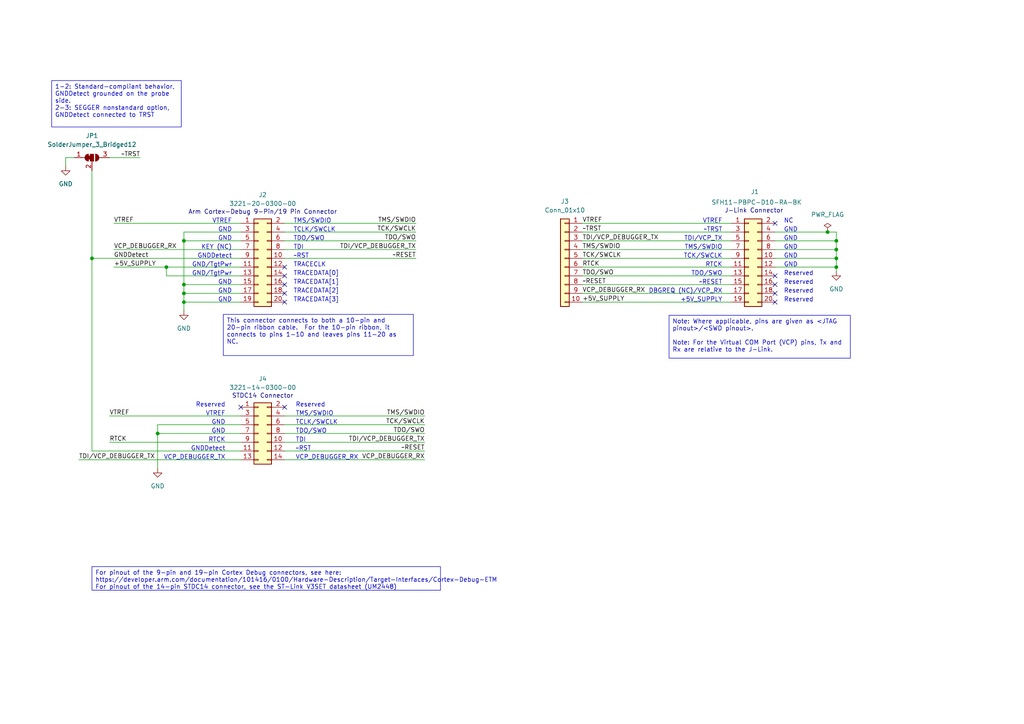
<source format=kicad_sch>
(kicad_sch (version 20231120) (generator "eeschema") (generator_version "8.0")
  (paper "A4")
  (title_block (title "J-Link Ultra Cortex Adapter") (date "2024-05-26"))
  (lib_symbols
    (symbol "Connector_Generic:Conn_01x10" (pin_names (offset 1.016) hide)
      (property "Reference" "J" (at 0 12.7 0))
      (property "Value" "Conn_01x10" (at 0 -15.24 0))
      (symbol "Conn_01x10_1_1"
        (rectangle (start -1.27 -12.573) (end 0 -12.827) (stroke (width 0.1524)))
        (rectangle (start -1.27 -10.033) (end 0 -10.287) (stroke (width 0.1524)))
        (rectangle (start -1.27 -7.493) (end 0 -7.747) (stroke (width 0.1524)))
        (rectangle (start -1.27 -4.953) (end 0 -5.207) (stroke (width 0.1524)))
        (rectangle (start -1.27 -2.413) (end 0 -2.667) (stroke (width 0.1524)))
        (rectangle (start -1.27 0.127) (end 0 -0.127) (stroke (width 0.1524)))
        (rectangle (start -1.27 2.667) (end 0 2.413) (stroke (width 0.1524)))
        (rectangle (start -1.27 5.207) (end 0 4.953) (stroke (width 0.1524)))
        (rectangle (start -1.27 7.747) (end 0 7.493) (stroke (width 0.1524)))
        (rectangle (start -1.27 10.287) (end 0 10.033) (stroke (width 0.1524)))
        (rectangle (start -1.27 11.43) (end 1.27 -13.97) (stroke (width 0.254)) (fill (type background)))
        (pin passive line (at -5.08 10.16 0) (length 3.81) (name "Pin_1") (number "1"))
        (pin passive line (at -5.08 -12.7 0) (length 3.81) (name "Pin_10") (number "10"))
        (pin passive line (at -5.08 7.62 0) (length 3.81) (name "Pin_2") (number "2"))
        (pin passive line (at -5.08 5.08 0) (length 3.81) (name "Pin_3") (number "3"))
        (pin passive line (at -5.08 2.54 0) (length 3.81) (name "Pin_4") (number "4"))
        (pin passive line (at -5.08 0 0) (length 3.81) (name "Pin_5") (number "5"))
        (pin passive line (at -5.08 -2.54 0) (length 3.81) (name "Pin_6") (number "6"))
        (pin passive line (at -5.08 -5.08 0) (length 3.81) (name "Pin_7") (number "7"))
        (pin passive line (at -5.08 -7.62 0) (length 3.81) (name "Pin_8") (number "8"))
        (pin passive line (at -5.08 -10.16 0) (length 3.81) (name "Pin_9") (number "9"))
      )
    )
    (symbol "Jumper:SolderJumper_3_Bridged12" (pin_names (offset 0) hide)
      (property "Reference" "JP" (at -2.54 -2.54 0))
      (property "Value" "SolderJumper_3_Bridged12" (at 0 2.794 0))
      (symbol "SolderJumper_3_Bridged12_0_1"
        (rectangle (start -1.016 0.508) (end -0.508 -0.508) (fill (type outline)))
        (arc (start -1.016 1.016) (mid -2.0276 0) (end -1.016 -1.016))
        (arc (start -1.016 1.016) (mid -2.0276 0) (end -1.016 -1.016) (fill (type outline)))
        (rectangle (start -0.508 1.016) (end 0.508 -1.016) (fill (type outline)))
        (polyline (pts (xy -2.54 0) (xy -2.032 0)))
        (polyline (pts (xy -1.016 1.016) (xy -1.016 -1.016)))
        (polyline (pts (xy 0 -1.27) (xy 0 -1.016)))
        (polyline (pts (xy 1.016 1.016) (xy 1.016 -1.016)))
        (polyline (pts (xy 2.54 0) (xy 2.032 0)))
        (arc (start 1.016 -1.016) (mid 2.0276 0) (end 1.016 1.016))
        (arc (start 1.016 -1.016) (mid 2.0276 0) (end 1.016 1.016) (fill (type outline)))
      )
      (symbol "SolderJumper_3_Bridged12_1_1"
        (pin passive line (at -5.08 0 0) (length 2.54) (name "A") (number "1"))
        (pin passive line (at 0 -3.81 90) (length 2.54) (name "C") (number "2"))
        (pin passive line (at 5.08 0 180) (length 2.54) (name "B") (number "3"))
      )
    )
    (symbol "ProjectLibrary:3221-14-0300-00" (pin_names (offset 1.016) hide)
      (property "Reference" "J" (at -2.286 10.16 0))
      (property "Value" "3221-14-0300-00" (at -0.254 -10.414 0))
      (symbol "3221-14-0300-00_1_1"
        (rectangle (start -2.54 -7.493) (end -1.27 -7.747) (stroke (width 0.1524)))
        (rectangle (start -2.54 -4.953) (end -1.27 -5.207) (stroke (width 0.1524)))
        (rectangle (start -2.54 -2.413) (end -1.27 -2.667) (stroke (width 0.1524)))
        (rectangle (start -2.54 0.127) (end -1.27 -0.127) (stroke (width 0.1524)))
        (rectangle (start -2.54 2.667) (end -1.27 2.413) (stroke (width 0.1524)))
        (rectangle (start -2.54 5.207) (end -1.27 4.953) (stroke (width 0.1524)))
        (rectangle (start -2.54 7.747) (end -1.27 7.493) (stroke (width 0.1524)))
        (rectangle (start -2.54 8.89) (end 2.54 -8.89) (stroke (width 0.254)) (fill (type background)))
        (rectangle (start 2.54 -7.493) (end 1.27 -7.747) (stroke (width 0.1524)))
        (rectangle (start 2.54 -4.953) (end 1.27 -5.207) (stroke (width 0.1524)))
        (rectangle (start 2.54 -2.413) (end 1.27 -2.667) (stroke (width 0.1524)))
        (rectangle (start 2.54 0.127) (end 1.27 -0.127) (stroke (width 0.1524)))
        (rectangle (start 2.54 2.667) (end 1.27 2.413) (stroke (width 0.1524)))
        (rectangle (start 2.54 5.207) (end 1.27 4.953) (stroke (width 0.1524)))
        (rectangle (start 2.54 7.747) (end 1.27 7.493) (stroke (width 0.1524)))
        (pin passive line (at -6.35 7.62 0) (length 3.81) (name "Pin_1") (number "1"))
        (pin passive line (at 6.35 -2.54 180) (length 3.81) (name "Pin_10") (number "10"))
        (pin passive line (at -6.35 -5.08 0) (length 3.81) (name "Pin_11") (number "11"))
        (pin passive line (at 6.35 -5.08 180) (length 3.81) (name "Pin_12") (number "12"))
        (pin passive line (at -6.35 -7.62 0) (length 3.81) (name "Pin_13") (number "13"))
        (pin passive line (at 6.35 -7.62 180) (length 3.81) (name "Pin_14") (number "14"))
        (pin passive line (at 6.35 7.62 180) (length 3.81) (name "Pin_2") (number "2"))
        (pin passive line (at -6.35 5.08 0) (length 3.81) (name "Pin_3") (number "3"))
        (pin passive line (at 6.35 5.08 180) (length 3.81) (name "Pin_4") (number "4"))
        (pin passive line (at -6.35 2.54 0) (length 3.81) (name "Pin_5") (number "5"))
        (pin passive line (at 6.35 2.54 180) (length 3.81) (name "Pin_6") (number "6"))
        (pin passive line (at -6.35 0 0) (length 3.81) (name "Pin_7") (number "7"))
        (pin passive line (at 6.35 0 180) (length 3.81) (name "Pin_8") (number "8"))
        (pin passive line (at -6.35 -2.54 0) (length 3.81) (name "Pin_9") (number "9"))
      )
    )
    (symbol "ProjectLibrary:3221-20-0300-00" (pin_names (offset 1.016) hide)
      (property "Reference" "J" (at 1.27 12.7 0))
      (property "Value" "3221-20-0300-00" (at 1.27 -15.24 0))
      (symbol "3221-20-0300-00_1_1"
        (rectangle (start -1.27 -12.573) (end 0 -12.827) (stroke (width 0.1524)))
        (rectangle (start -1.27 -10.033) (end 0 -10.287) (stroke (width 0.1524)))
        (rectangle (start -1.27 -7.493) (end 0 -7.747) (stroke (width 0.1524)))
        (rectangle (start -1.27 -4.953) (end 0 -5.207) (stroke (width 0.1524)))
        (rectangle (start -1.27 -2.413) (end 0 -2.667) (stroke (width 0.1524)))
        (rectangle (start -1.27 0.127) (end 0 -0.127) (stroke (width 0.1524)))
        (rectangle (start -1.27 2.667) (end 0 2.413) (stroke (width 0.1524)))
        (rectangle (start -1.27 5.207) (end 0 4.953) (stroke (width 0.1524)))
        (rectangle (start -1.27 7.747) (end 0 7.493) (stroke (width 0.1524)))
        (rectangle (start -1.27 10.287) (end 0 10.033) (stroke (width 0.1524)))
        (rectangle (start -1.27 11.43) (end 3.81 -13.97) (stroke (width 0.254)) (fill (type background)))
        (rectangle (start 3.81 -12.573) (end 2.54 -12.827) (stroke (width 0.1524)))
        (rectangle (start 3.81 -10.033) (end 2.54 -10.287) (stroke (width 0.1524)))
        (rectangle (start 3.81 -7.493) (end 2.54 -7.747) (stroke (width 0.1524)))
        (rectangle (start 3.81 -4.953) (end 2.54 -5.207) (stroke (width 0.1524)))
        (rectangle (start 3.81 -2.413) (end 2.54 -2.667) (stroke (width 0.1524)))
        (rectangle (start 3.81 0.127) (end 2.54 -0.127) (stroke (width 0.1524)))
        (rectangle (start 3.81 2.667) (end 2.54 2.413) (stroke (width 0.1524)))
        (rectangle (start 3.81 5.207) (end 2.54 4.953) (stroke (width 0.1524)))
        (rectangle (start 3.81 7.747) (end 2.54 7.493) (stroke (width 0.1524)))
        (rectangle (start 3.81 10.287) (end 2.54 10.033) (stroke (width 0.1524)))
        (pin passive line (at -5.08 10.16 0) (length 3.81) (name "Pin_1") (number "1"))
        (pin passive line (at 7.62 0 180) (length 3.81) (name "Pin_10") (number "10"))
        (pin passive line (at -5.08 -2.54 0) (length 3.81) (name "Pin_11") (number "11"))
        (pin passive line (at 7.62 -2.54 180) (length 3.81) (name "Pin_12") (number "12"))
        (pin passive line (at -5.08 -5.08 0) (length 3.81) (name "Pin_13") (number "13"))
        (pin passive line (at 7.62 -5.08 180) (length 3.81) (name "Pin_14") (number "14"))
        (pin passive line (at -5.08 -7.62 0) (length 3.81) (name "Pin_15") (number "15"))
        (pin passive line (at 7.62 -7.62 180) (length 3.81) (name "Pin_16") (number "16"))
        (pin passive line (at -5.08 -10.16 0) (length 3.81) (name "Pin_17") (number "17"))
        (pin passive line (at 7.62 -10.16 180) (length 3.81) (name "Pin_18") (number "18"))
        (pin passive line (at -5.08 -12.7 0) (length 3.81) (name "Pin_19") (number "19"))
        (pin passive line (at 7.62 10.16 180) (length 3.81) (name "Pin_2") (number "2"))
        (pin passive line (at 7.62 -12.7 180) (length 3.81) (name "Pin_20") (number "20"))
        (pin passive line (at -5.08 7.62 0) (length 3.81) (name "Pin_3") (number "3"))
        (pin passive line (at 7.62 7.62 180) (length 3.81) (name "Pin_4") (number "4"))
        (pin passive line (at -5.08 5.08 0) (length 3.81) (name "Pin_5") (number "5"))
        (pin passive line (at 7.62 5.08 180) (length 3.81) (name "Pin_6") (number "6"))
        (pin passive line (at -5.08 2.54 0) (length 3.81) (name "Pin_7") (number "7"))
        (pin passive line (at 7.62 2.54 180) (length 3.81) (name "Pin_8") (number "8"))
        (pin passive line (at -5.08 0 0) (length 3.81) (name "Pin_9") (number "9"))
      )
    )
    (symbol "ProjectLibrary:SFH11-PBPC-D10-RA-BK" (pin_names (offset 1.016) hide)
      (property "Reference" "J" (at 1.27 12.7 0))
      (property "Value" "SFH11-PBPC-D10-RA-BK" (at 1.27 -15.24 0))
      (symbol "SFH11-PBPC-D10-RA-BK_1_1"
        (rectangle (start -1.27 -12.573) (end 0 -12.827) (stroke (width 0.1524)))
        (rectangle (start -1.27 -10.033) (end 0 -10.287) (stroke (width 0.1524)))
        (rectangle (start -1.27 -7.493) (end 0 -7.747) (stroke (width 0.1524)))
        (rectangle (start -1.27 -4.953) (end 0 -5.207) (stroke (width 0.1524)))
        (rectangle (start -1.27 -2.413) (end 0 -2.667) (stroke (width 0.1524)))
        (rectangle (start -1.27 0.127) (end 0 -0.127) (stroke (width 0.1524)))
        (rectangle (start -1.27 2.667) (end 0 2.413) (stroke (width 0.1524)))
        (rectangle (start -1.27 5.207) (end 0 4.953) (stroke (width 0.1524)))
        (rectangle (start -1.27 7.747) (end 0 7.493) (stroke (width 0.1524)))
        (rectangle (start -1.27 10.287) (end 0 10.033) (stroke (width 0.1524)))
        (rectangle (start -1.27 11.43) (end 3.81 -13.97) (stroke (width 0.254)) (fill (type background)))
        (rectangle (start 3.81 -12.573) (end 2.54 -12.827) (stroke (width 0.1524)))
        (rectangle (start 3.81 -10.033) (end 2.54 -10.287) (stroke (width 0.1524)))
        (rectangle (start 3.81 -7.493) (end 2.54 -7.747) (stroke (width 0.1524)))
        (rectangle (start 3.81 -4.953) (end 2.54 -5.207) (stroke (width 0.1524)))
        (rectangle (start 3.81 -2.413) (end 2.54 -2.667) (stroke (width 0.1524)))
        (rectangle (start 3.81 0.127) (end 2.54 -0.127) (stroke (width 0.1524)))
        (rectangle (start 3.81 2.667) (end 2.54 2.413) (stroke (width 0.1524)))
        (rectangle (start 3.81 5.207) (end 2.54 4.953) (stroke (width 0.1524)))
        (rectangle (start 3.81 7.747) (end 2.54 7.493) (stroke (width 0.1524)))
        (rectangle (start 3.81 10.287) (end 2.54 10.033) (stroke (width 0.1524)))
        (pin passive line (at -5.08 10.16 0) (length 3.81) (name "Pin_1") (number "1"))
        (pin passive line (at 7.62 0 180) (length 3.81) (name "Pin_10") (number "10"))
        (pin passive line (at -5.08 -2.54 0) (length 3.81) (name "Pin_11") (number "11"))
        (pin passive line (at 7.62 -2.54 180) (length 3.81) (name "Pin_12") (number "12"))
        (pin passive line (at -5.08 -5.08 0) (length 3.81) (name "Pin_13") (number "13"))
        (pin passive line (at 7.62 -5.08 180) (length 3.81) (name "Pin_14") (number "14"))
        (pin passive line (at -5.08 -7.62 0) (length 3.81) (name "Pin_15") (number "15"))
        (pin passive line (at 7.62 -7.62 180) (length 3.81) (name "Pin_16") (number "16"))
        (pin passive line (at -5.08 -10.16 0) (length 3.81) (name "Pin_17") (number "17"))
        (pin passive line (at 7.62 -10.16 180) (length 3.81) (name "Pin_18") (number "18"))
        (pin passive line (at -5.08 -12.7 0) (length 3.81) (name "Pin_19") (number "19"))
        (pin passive line (at 7.62 10.16 180) (length 3.81) (name "Pin_2") (number "2"))
        (pin passive line (at 7.62 -12.7 180) (length 3.81) (name "Pin_20") (number "20"))
        (pin passive line (at -5.08 7.62 0) (length 3.81) (name "Pin_3") (number "3"))
        (pin passive line (at 7.62 7.62 180) (length 3.81) (name "Pin_4") (number "4"))
        (pin passive line (at -5.08 5.08 0) (length 3.81) (name "Pin_5") (number "5"))
        (pin passive line (at 7.62 5.08 180) (length 3.81) (name "Pin_6") (number "6"))
        (pin passive line (at -5.08 2.54 0) (length 3.81) (name "Pin_7") (number "7"))
        (pin passive line (at 7.62 2.54 180) (length 3.81) (name "Pin_8") (number "8"))
        (pin passive line (at -5.08 0 0) (length 3.81) (name "Pin_9") (number "9"))
      )
    )
    (symbol "power:GND" (power) (pin_numbers hide) (pin_names (offset 0) hide)
      (property "Value" "GND" (at 0 -3.81 0))
      (symbol "GND_0_1"
        (polyline (pts (xy 0 0) (xy 0 -1.27) (xy 1.27 -1.27) (xy 0 -2.54) (xy -1.27 -1.27) (xy 0 -1.27)))
      )
      (symbol "GND_1_1"
        (pin power_in line (at 0 0 270) (length 0) (name "~") (number "1"))
      )
    )
    (symbol "power:PWR_FLAG" (power) (pin_numbers hide) (pin_names (offset 0) hide)
      (property "Value" "PWR_FLAG" (at 0 3.81 0))
      (symbol "PWR_FLAG_0_0"
        (pin power_out line (at 0 0 90) (length 0) (name "~") (number "1"))
      )
      (symbol "PWR_FLAG_0_1"
        (polyline (pts (xy 0 0) (xy 0 1.27) (xy -1.016 1.905) (xy 0 2.54) (xy 1.016 1.905) (xy 0 1.27)))
      )
    )
  )
  (junction (at 53.34 82.55))
  (junction (at 48.26 77.47))
  (junction (at 240.03 67.31))
  (junction (at 45.72 125.73))
  (junction (at 26.67 74.93))
  (junction (at 242.57 69.85))
  (junction (at 242.57 72.39))
  (junction (at 53.34 69.85))
  (junction (at 53.34 85.09))
  (junction (at 242.57 74.93))
  (junction (at 242.57 77.47))
  (junction (at 53.34 87.63))
  (no_connect (at 82.55 87.63))
  (no_connect (at 82.55 118.11))
  (no_connect (at 224.79 87.63))
  (no_connect (at 82.55 77.47))
  (no_connect (at 224.79 85.09))
  (no_connect (at 69.85 118.11))
  (no_connect (at 224.79 64.77))
  (no_connect (at 224.79 82.55))
  (no_connect (at 82.55 82.55))
  (no_connect (at 82.55 80.01))
  (no_connect (at 224.79 80.01))
  (no_connect (at 82.55 85.09))
  (wire (pts (xy 168.91 85.09) (xy 212.09 85.09)))
  (wire (pts (xy 31.75 45.72) (xy 40.64 45.72)))
  (wire (pts (xy 53.34 85.09) (xy 53.34 87.63)))
  (wire (pts (xy 69.85 80.01) (xy 48.26 80.01)))
  (wire (pts (xy 26.67 74.93) (xy 69.85 74.93)))
  (wire (pts (xy 82.55 120.65) (xy 123.19 120.65)))
  (wire (pts (xy 22.86 133.35) (xy 69.85 133.35)))
  (wire (pts (xy 82.55 74.93) (xy 120.65 74.93)))
  (wire (pts (xy 242.57 77.47) (xy 242.57 78.74)))
  (wire (pts (xy 45.72 125.73) (xy 45.72 135.89)))
  (wire (pts (xy 82.55 133.35) (xy 123.19 133.35)))
  (wire (pts (xy 53.34 69.85) (xy 53.34 82.55)))
  (wire (pts (xy 31.75 120.65) (xy 69.85 120.65)))
  (wire (pts (xy 82.55 123.19) (xy 123.19 123.19)))
  (wire (pts (xy 168.91 82.55) (xy 212.09 82.55)))
  (wire (pts (xy 168.91 72.39) (xy 212.09 72.39)))
  (wire (pts (xy 33.02 77.47) (xy 48.26 77.47)))
  (wire (pts (xy 168.91 87.63) (xy 212.09 87.63)))
  (wire (pts (xy 69.85 130.81) (xy 26.67 130.81)))
  (wire (pts (xy 69.85 82.55) (xy 53.34 82.55)))
  (wire (pts (xy 82.55 72.39) (xy 120.65 72.39)))
  (wire (pts (xy 48.26 80.01) (xy 48.26 77.47)))
  (wire (pts (xy 168.91 74.93) (xy 212.09 74.93)))
  (wire (pts (xy 21.59 45.72) (xy 19.05 45.72)))
  (wire (pts (xy 69.85 69.85) (xy 53.34 69.85)))
  (wire (pts (xy 69.85 123.19) (xy 45.72 123.19)))
  (wire (pts (xy 45.72 125.73) (xy 69.85 125.73)))
  (wire (pts (xy 53.34 67.31) (xy 53.34 69.85)))
  (wire (pts (xy 33.02 64.77) (xy 69.85 64.77)))
  (wire (pts (xy 33.02 72.39) (xy 69.85 72.39)))
  (wire (pts (xy 53.34 87.63) (xy 53.34 90.17)))
  (wire (pts (xy 69.85 87.63) (xy 53.34 87.63)))
  (wire (pts (xy 82.55 64.77) (xy 120.65 64.77)))
  (wire (pts (xy 19.05 45.72) (xy 19.05 48.26)))
  (wire (pts (xy 168.91 67.31) (xy 212.09 67.31)))
  (wire (pts (xy 224.79 67.31) (xy 240.03 67.31)))
  (wire (pts (xy 82.55 67.31) (xy 120.65 67.31)))
  (wire (pts (xy 26.67 130.81) (xy 26.67 74.93)))
  (wire (pts (xy 82.55 69.85) (xy 120.65 69.85)))
  (wire (pts (xy 69.85 85.09) (xy 53.34 85.09)))
  (wire (pts (xy 224.79 69.85) (xy 242.57 69.85)))
  (wire (pts (xy 242.57 67.31) (xy 242.57 69.85)))
  (wire (pts (xy 242.57 72.39) (xy 242.57 74.93)))
  (wire (pts (xy 168.91 69.85) (xy 212.09 69.85)))
  (wire (pts (xy 82.55 128.27) (xy 123.19 128.27)))
  (wire (pts (xy 242.57 69.85) (xy 242.57 72.39)))
  (wire (pts (xy 48.26 77.47) (xy 69.85 77.47)))
  (wire (pts (xy 82.55 125.73) (xy 123.19 125.73)))
  (wire (pts (xy 53.34 82.55) (xy 53.34 85.09)))
  (wire (pts (xy 224.79 72.39) (xy 242.57 72.39)))
  (wire (pts (xy 168.91 77.47) (xy 212.09 77.47)))
  (wire (pts (xy 26.67 49.53) (xy 26.67 74.93)))
  (wire (pts (xy 168.91 64.77) (xy 212.09 64.77)))
  (wire (pts (xy 69.85 67.31) (xy 53.34 67.31)))
  (wire (pts (xy 240.03 67.31) (xy 242.57 67.31)))
  (wire (pts (xy 45.72 123.19) (xy 45.72 125.73)))
  (wire (pts (xy 82.55 130.81) (xy 123.19 130.81)))
  (wire (pts (xy 168.91 80.01) (xy 212.09 80.01)))
  (wire (pts (xy 224.79 74.93) (xy 242.57 74.93)))
  (wire (pts (xy 31.75 128.27) (xy 69.85 128.27)))
  (wire (pts (xy 224.79 77.47) (xy 242.57 77.47)))
  (wire (pts (xy 242.57 74.93) (xy 242.57 77.47)))
  (text_box "1-2: Standard-compliant behavior, GNDDetect grounded on the probe side.\n2-3: SEGGER nonstandard option, GNDDetect connected to TRST" (at 14.986 23.368 0) (size 37.592 13.462) (effects (font (size 1.27 1.27)) (justify left top)))
  (text_box "This connector connects to both a 10-pin and 20-pin ribbon cable.  For the 10-pin ribbon, it connects to pins 1-10 and leaves pins 11-20 as NC." (at 64.77 91.186 0) (size 55.118 11.938) (effects (font (size 1.27 1.27)) (justify left top)))
  (text_box "Note: Where applicable, pins are given as <JTAG pinout>/<SWD pinout>.\n\nNote: For the Virtual COM Port (VCP) pins, Tx and Rx are relative to the J-Link." (at 194.056 91.44 0) (size 52.578 12.446) (effects (font (size 1.27 1.27)) (justify left top)))
  (text_box "For pinout of the 9-pin and 19-pin Cortex Debug connectors, see here:\nhttps://developer.arm.com/documentation/101416/0100/Hardware-Description/Target-Interfaces/Cortex-Debug-ETM\nFor pinout of the 14-pin STDC14 connector, see the ST-Link V3SET datasheet (UM2448)" (at 26.67 164.338 0) (size 101.092 6.858) (effects (font (size 1.27 1.27)) (justify left top)))
  (text "Arm Cortex-Debug 9-Pin/19 Pin Connector" (at 76.2 61.595 0) (effects (font (size 1.27 1.27))))
  (text "GND/TgtPwr" (at 67.31 76.835 0) (effects (font (size 1.27 1.27)) (justify right)))
  (text "VCP_DEBUGGER_RX" (at 85.725 132.715 0) (effects (font (size 1.27 1.27)) (justify left)))
  (text "TCK/SWCLK" (at 209.55 74.295 0) (effects (font (size 1.27 1.27)) (justify right)))
  (text "TDO/SWO" (at 85.725 125.095 0) (effects (font (size 1.27 1.27)) (justify left)))
  (text "~TRST" (at 209.55 66.675 0) (effects (font (size 1.27 1.27)) (justify right)))
  (text "RTCK" (at 209.55 76.835 0) (effects (font (size 1.27 1.27)) (justify right)))
  (text "GNDDetect" (at 67.31 74.295 0) (effects (font (size 1.27 1.27)) (justify right)))
  (text "TCLK/SWCLK" (at 85.725 122.555 0) (effects (font (size 1.27 1.27)) (justify left)))
  (text "GND" (at 227.33 71.755 0) (effects (font (size 1.27 1.27)) (justify left)))
  (text "KEY (NC)" (at 67.31 71.755 0) (effects (font (size 1.27 1.27)) (justify right)))
  (text "GNDDetect" (at 65.405 130.175 0) (effects (font (size 1.27 1.27)) (justify right)))
  (text "~RST" (at 85.725 130.175 0) (effects (font (size 1.27 1.27)) (justify left)))
  (text "VTREF" (at 65.405 120.015 0) (effects (font (size 1.27 1.27)) (justify right)))
  (text "Reserved" (at 227.33 86.995 0) (effects (font (size 1.27 1.27)) (justify left)))
  (text "Reserved" (at 227.33 81.915 0) (effects (font (size 1.27 1.27)) (justify left)))
  (text "GND" (at 65.405 125.095 0) (effects (font (size 1.27 1.27)) (justify right)))
  (text "GND" (at 67.31 86.995 0) (effects (font (size 1.27 1.27)) (justify right)))
  (text "~RESET" (at 209.55 81.915 0) (effects (font (size 1.27 1.27)) (justify right)))
  (text "J-Link Connector" (at 218.694 61.214 0) (effects (font (size 1.27 1.27))))
  (text "GND" (at 227.33 66.675 0) (effects (font (size 1.27 1.27)) (justify left)))
  (text "GND/TgtPwr" (at 67.31 79.375 0) (effects (font (size 1.27 1.27)) (justify right)))
  (text "Reserved" (at 85.725 117.475 0) (effects (font (size 1.27 1.27)) (justify left)))
  (text "GND" (at 65.405 122.555 0) (effects (font (size 1.27 1.27)) (justify right)))
  (text "RTCK" (at 65.405 127.635 0) (effects (font (size 1.27 1.27)) (justify right)))
  (text "VCP_DEBUGGER_TX" (at 65.405 132.715 0) (effects (font (size 1.27 1.27)) (justify right)))
  (text "Reserved" (at 227.33 79.375 0) (effects (font (size 1.27 1.27)) (justify left)))
  (text "Reserved" (at 227.33 84.455 0) (effects (font (size 1.27 1.27)) (justify left)))
  (text "TRACECLK" (at 85.09 76.835 0) (effects (font (size 1.27 1.27)) (justify left)))
  (text "NC" (at 227.33 64.135 0) (effects (font (size 1.27 1.27)) (justify left)))
  (text "GND" (at 67.31 69.215 0) (effects (font (size 1.27 1.27)) (justify right)))
  (text "TRACEDATA[2]" (at 85.09 84.455 0) (effects (font (size 1.27 1.27)) (justify left)))
  (text "VTREF" (at 209.55 64.135 0) (effects (font (size 1.27 1.27)) (justify right)))
  (text "+5V_SUPPLY" (at 209.55 86.995 0) (effects (font (size 1.27 1.27)) (justify right)))
  (text "TDI" (at 85.09 71.755 0) (effects (font (size 1.27 1.27)) (justify left)))
  (text "TRACEDATA[3]" (at 85.09 86.995 0) (effects (font (size 1.27 1.27)) (justify left)))
  (text "GND" (at 227.33 74.295 0) (effects (font (size 1.27 1.27)) (justify left)))
  (text "STDC14 Connector" (at 76.2 114.935 0) (effects (font (size 1.27 1.27))))
  (text "TDO/SWO" (at 209.55 79.375 0) (effects (font (size 1.27 1.27)) (justify right)))
  (text "TRACEDATA[0]" (at 85.09 79.375 0) (effects (font (size 1.27 1.27)) (justify left)))
  (text "TRACEDATA[1]" (at 85.09 81.915 0) (effects (font (size 1.27 1.27)) (justify left)))
  (text "GND" (at 67.31 84.455 0) (effects (font (size 1.27 1.27)) (justify right)))
  (text "GND" (at 67.31 66.675 0) (effects (font (size 1.27 1.27)) (justify right)))
  (text "TMS/SWDIO" (at 85.725 120.015 0) (effects (font (size 1.27 1.27)) (justify left)))
  (text "TDI" (at 85.725 127.635 0) (effects (font (size 1.27 1.27)) (justify left)))
  (text "GND" (at 227.33 69.215 0) (effects (font (size 1.27 1.27)) (justify left)))
  (text "TMS/SWDIO" (at 85.09 64.135 0) (effects (font (size 1.27 1.27)) (justify left)))
  (text "TMS/SWDIO" (at 209.55 71.755 0) (effects (font (size 1.27 1.27)) (justify right)))
  (text "TDI/VCP_TX" (at 209.55 69.215 0) (effects (font (size 1.27 1.27)) (justify right)))
  (text "VTREF" (at 67.31 64.135 0) (effects (font (size 1.27 1.27)) (justify right)))
  (text "~RST" (at 85.09 74.295 0) (effects (font (size 1.27 1.27)) (justify left)))
  (text "TDO/SWO" (at 85.09 69.215 0) (effects (font (size 1.27 1.27)) (justify left)))
  (text "Reserved" (at 65.405 117.475 0) (effects (font (size 1.27 1.27)) (justify right)))
  (text "GND" (at 227.33 76.835 0) (effects (font (size 1.27 1.27)) (justify left)))
  (text "DBGREQ (NC)/VCP_RX" (at 209.55 84.455 0) (effects (font (size 1.27 1.27)) (justify right)))
  (text "GND" (at 67.31 81.915 0) (effects (font (size 1.27 1.27)) (justify right)))
  (text "TCLK/SWCLK" (at 85.09 66.675 0) (effects (font (size 1.27 1.27)) (justify left)))
  (label "TDI{slash}VCP_DEBUGGER_TX" (at 120.65 72.39 180))
  (label "TCK{slash}SWCLK" (at 123.19 123.19 180))
  (label "VCP_DEBUGGER_RX" (at 168.91 85.09 0))
  (label "VTREF" (at 31.75 120.65 0))
  (label "TDI{slash}VCP_DEBUGGER_TX" (at 123.19 128.27 180))
  (label "TDO{slash}SWO" (at 168.91 80.01 0))
  (label "~TRST" (at 40.64 45.72 180))
  (label "TDI{slash}VCP_DEBUGGER_TX" (at 168.91 69.85 0))
  (label "GNDDetect" (at 33.02 74.93 0))
  (label "TDI{slash}VCP_DEBUGGER_TX" (at 22.86 133.35 0))
  (label "TMS{slash}SWDIO" (at 120.65 64.77 180))
  (label "VCP_DEBUGGER_RX" (at 123.19 133.35 180))
  (label "~RESET" (at 168.91 82.55 0))
  (label "TCK{slash}SWCLK" (at 168.91 74.93 0))
  (label "VTREF" (at 168.91 64.77 0))
  (label "~TRST" (at 168.91 67.31 0))
  (label "TDO{slash}SWO" (at 120.65 69.85 180))
  (label "~RESET" (at 123.19 130.81 180))
  (label "~RESET" (at 120.65 74.93 180))
  (label "RTCK" (at 31.75 128.27 0))
  (label "RTCK" (at 168.91 77.47 0))
  (label "VCP_DEBUGGER_RX" (at 33.02 72.39 0))
  (label "TCK{slash}SWCLK" (at 120.65 67.31 180))
  (label "TMS{slash}SWDIO" (at 168.91 72.39 0))
  (label "TDO{slash}SWO" (at 123.19 125.73 180))
  (label "+5V_SUPPLY" (at 168.91 87.63 0))
  (label "VTREF" (at 33.02 64.77 0))
  (label "TMS{slash}SWDIO" (at 123.19 120.65 180))
  (label "+5V_SUPPLY" (at 33.02 77.47 0))
  (symbol (lib_id "ProjectLibrary:SFH11-PBPC-D10-RA-BK") (at 217.17 74.93 0) (unit 1)
    (property "Reference" "J1" (at 218.948 55.626 0))
    (property "Value" "SFH11-PBPC-D10-RA-BK" (at 219.456 58.674 0))
    (property "Footprint" "ProjectLibrary:SFH11-PBPC-D10-RA-BK" (effects (hide yes)))
    (property "Datasheet" "https://s3.amazonaws.com/catalogspreads-pdf/PAGE123%20.100%20SFH11%20SERIES%20FEMALE%20HDR%20ST%20RA.pdf" (effects (hide yes)))
    (property "Description" "2x10 Right Angle 0.1\" Header Connector" (effects (hide yes)))
    (property "Supplier" "Digi-Key" (effects (hide yes)))
    (property "SKU" "SFH11-PBPC-D10-RA-BK" (effects (hide yes)))
  )
  (symbol (lib_id "power:PWR_FLAG") (at 240.03 67.31 0) (unit 1)
    (property "Reference" "#FLG01" (effects (hide yes)))
    (property "Value" "PWR_FLAG" (at 240.03 62.23 0))
    (property "Description" "Special symbol for telling ERC where power comes from" (effects (hide yes)))
  )
  (symbol (lib_id "power:GND") (at 53.34 90.17 0) (unit 1)
    (property "Reference" "#PWR02" (effects (hide yes)))
    (property "Value" "GND" (at 53.34 95.25 0))
    (property "Description" "Power symbol creates a global label with name \"GND\" , ground" (effects (hide yes)))
  )
  (symbol (lib_id "power:GND") (at 242.57 78.74 0) (unit 1)
    (property "Reference" "#PWR01" (effects (hide yes)))
    (property "Value" "GND" (at 242.57 83.82 0))
    (property "Description" "Power symbol creates a global label with name \"GND\" , ground" (effects (hide yes)))
  )
  (symbol (lib_id "power:GND") (at 19.05 48.26 0) (unit 1)
    (property "Reference" "#PWR03" (effects (hide yes)))
    (property "Value" "GND" (at 19.05 53.34 0))
    (property "Description" "Power symbol creates a global label with name \"GND\" , ground" (effects (hide yes)))
  )
  (symbol (lib_id "Jumper:SolderJumper_3_Bridged12") (at 26.67 45.72 0) (unit 1)
    (property "Reference" "JP1" (at 26.67 39.37 0))
    (property "Value" "SolderJumper_3_Bridged12" (at 26.67 41.91 0))
    (property "Footprint" "Jumper:SolderJumper-3_P1.3mm_Bridged2Bar12_Pad1.0x1.5mm_NumberLabels" (effects (hide yes)))
    (property "Description" "3-pole Solder Jumper, pins 1+2 closed/bridged" (effects (hide yes)))
  )
  (symbol (lib_id "Connector_Generic:Conn_01x10") (at 163.83 74.93 0) (mirror y) (unit 1)
    (property "Reference" "J3" (at 163.83 58.42 0))
    (property "Value" "Conn_01x10" (at 163.83 60.96 0))
    (property "Footprint" "Connector_PinHeader_2.54mm:PinHeader_1x10_P2.54mm_Vertical" (effects (hide yes)))
    (property "Description" "Generic connector, single row, 01x10, script generated (kicad-library-utils/schlib/autogen/connector/)" (effects (hide yes)))
  )
  (symbol (lib_id "power:GND") (at 45.72 135.89 0) (unit 1)
    (property "Reference" "#PWR04" (effects (hide yes)))
    (property "Value" "GND" (at 45.72 140.97 0))
    (property "Description" "Power symbol creates a global label with name \"GND\" , ground" (effects (hide yes)))
  )
  (symbol (lib_id "ProjectLibrary:3221-14-0300-00") (at 76.2 125.73 0) (unit 1)
    (property "Reference" "J4" (at 76.2 109.855 0))
    (property "Value" "3221-14-0300-00" (at 76.2 112.395 0))
    (property "Footprint" "ProjectLibrary:3221-14-0300-00" (effects (hide yes)))
    (property "Datasheet" "http://www.cnctech.us/pdfs/3221-XX-0300-00-TR_.pdf" (effects (hide yes)))
    (property "Description" "14 Pin 0.05\" Pitch IDC Ribbon Cable Connector w/ Keying Shroud" (effects (hide yes)))
    (property "Supplier" "Digi-Key" (effects (hide yes)))
    (property "Supplier Part Number" "3221-14-0300-00-TR" (effects (hide yes)))
  )
  (symbol (lib_id "ProjectLibrary:3221-20-0300-00") (at 74.93 74.93 0) (unit 1)
    (property "Reference" "J2" (at 76.2 56.515 0))
    (property "Value" "3221-20-0300-00" (at 76.2 59.055 0))
    (property "Footprint" "ProjectLibrary:3221-20-0300-00" (effects (hide yes)))
    (property "Datasheet" "http://www.cnctech.us/pdfs/3221-XX-0300-00-TR_.pdf" (effects (hide yes)))
    (property "Description" "20 Pin 0.05\" Pitch IDC Ribbon Cable Connector w/ Keying Shroud" (effects (hide yes)))
    (property "Supplier" "Digi-Key" (effects (hide yes)))
    (property "SKU" "3221-20-0300-00-TR" (effects (hide yes)))
  )
)
</source>
